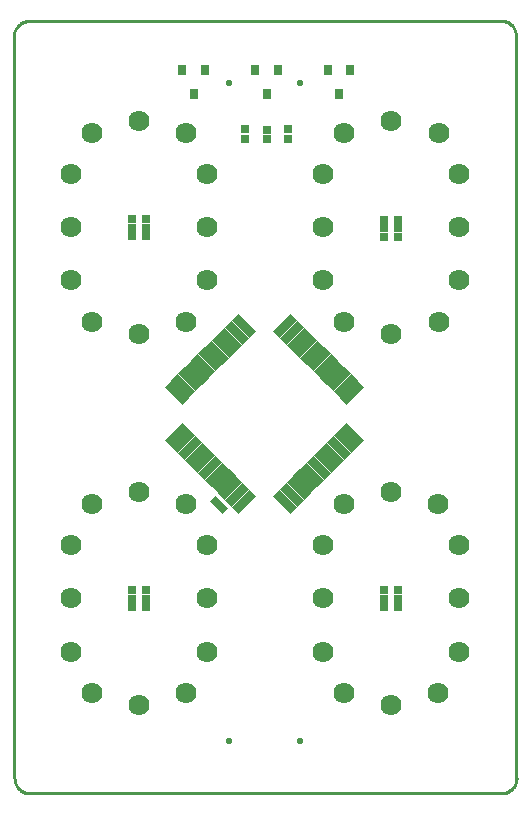
<source format=gts>
%FSTAX23Y23*%
%MOIN*%
%SFA1B1*%

%IPPOS*%
%AMD26*
4,1,4,-0.000600,0.020500,-0.020500,0.000600,0.000600,-0.020500,0.020500,-0.000600,-0.000600,0.020500,0.0*
%
%AMD27*
4,1,4,0.040300,-0.018100,-0.018100,0.040300,-0.040300,0.018100,0.018100,-0.040300,0.040300,-0.018100,0.0*
%
%AMD28*
4,1,4,-0.018100,-0.040300,0.040300,0.018100,0.018100,0.040300,-0.040300,-0.018100,-0.018100,-0.040300,0.0*
%
%ADD14C,0.010000*%
%ADD22R,0.031500X0.035430*%
%ADD23R,0.025590X0.025590*%
%ADD24R,0.031500X0.031500*%
%ADD25R,0.031500X0.029530*%
G04~CAMADD=26~9~0.0~0.0~283.5~299.2~0.0~0.0~0~0.0~0.0~0.0~0.0~0~0.0~0.0~0.0~0.0~0~0.0~0.0~0.0~45.0~410.0~409.0*
%ADD26D26*%
G04~CAMADD=27~9~0.0~0.0~826.8~315.0~0.0~0.0~0~0.0~0.0~0.0~0.0~0~0.0~0.0~0.0~0.0~0~0.0~0.0~0.0~315.0~806.0~805.0*
%ADD27D27*%
G04~CAMADD=28~9~0.0~0.0~826.8~315.0~0.0~0.0~0~0.0~0.0~0.0~0.0~0~0.0~0.0~0.0~0.0~0~0.0~0.0~0.0~225.0~806.0~805.0*
%ADD28D28*%
%ADD29C,0.022840*%
%ADD30C,0.070080*%
%LNnas-craftsman_nixie_base_v1_1-1*%
%LPD*%
G54D14*
X17704Y00331D02*
D01*
X17705Y00327*
X17705Y00324*
X17706Y0032*
X17706Y00317*
X17707Y00314*
X17709Y00311*
X1771Y00307*
X17712Y00304*
X17714Y00301*
X17716Y00299*
X17718Y00296*
X17721Y00294*
X17724Y00291*
X17726Y00289*
X17729Y00288*
X17733Y00286*
X17736Y00284*
X17739Y00283*
X17742Y00282*
X17746Y00282*
X17749Y00281*
X17753Y00281*
X17754Y00281*
X17753Y02855D02*
D01*
X17749Y02855*
X17746Y02855*
X17743Y02854*
X17739Y02853*
X17736Y02852*
X17733Y02851*
X1773Y02849*
X17726Y02848*
X17724Y02846*
X17721Y02843*
X17718Y02841*
X17716Y02839*
X17714Y02836*
X17712Y02833*
X1771Y0283*
X17708Y02827*
X17707Y02824*
X17705Y02821*
X17704Y02817*
X17704Y02814*
X17703Y0281*
X17703Y02807*
X17703Y02805*
X19376D02*
D01*
X19376Y02809*
X19376Y02812*
X19375Y02815*
X19374Y02819*
X19373Y02822*
X19372Y02825*
X1937Y02829*
X19369Y02832*
X19367Y02834*
X19365Y02837*
X19362Y0284*
X1936Y02842*
X19357Y02845*
X19354Y02847*
X19351Y02848*
X19348Y0285*
X19345Y02851*
X19342Y02853*
X19338Y02854*
X19335Y02854*
X19331Y02855*
X19328Y02855*
X19326Y02855*
X19328Y00281D02*
D01*
X19331Y00281*
X19335Y00281*
X19338Y00282*
X19342Y00283*
X19345Y00284*
X19348Y00285*
X19351Y00287*
X19354Y00288*
X19357Y0029*
X1936Y00293*
X19362Y00295*
X19365Y00297*
X19367Y003*
X19369Y00303*
X19371Y00306*
X19373Y00309*
X19374Y00312*
X19375Y00315*
X19376Y00319*
X19377Y00322*
X19377Y00326*
X19378Y00329*
X19378Y00331*
X17935Y00281D02*
X19132D01*
X1794Y02855D02*
X19134D01*
X17753D02*
X19326D01*
X17754Y00281D02*
X19328D01*
X17703Y00334D02*
Y02805D01*
X19376Y00328D02*
Y02809D01*
G54D22*
X18339Y02691D03*
X18264D03*
X18301Y02612D03*
X18582Y02691D03*
X18507D03*
X18545Y02612D03*
X18823Y02691D03*
X18748D03*
X18786Y02612D03*
G54D23*
X18615Y02463D03*
Y02495D03*
X18547Y02462D03*
Y02493D03*
X18474Y02463D03*
Y02494D03*
G54D24*
X18096Y00957D03*
Y009D03*
X18143Y00957D03*
Y009D03*
X18142Y02137D03*
Y02194D03*
X18095Y02137D03*
Y02194D03*
X18982Y02136D03*
Y02193D03*
X18935Y02136D03*
Y02193D03*
X18936Y00957D03*
Y009D03*
X18983Y00957D03*
Y009D03*
G54D25*
X18096Y00928D03*
X18143D03*
X18142Y02166D03*
X18095D03*
X18982Y02164D03*
X18935D03*
X18936Y00929D03*
X18983D03*
G54D26*
X18397Y01231D03*
X18375Y01253D03*
G54D27*
X1883Y01476D03*
X18808Y01454D03*
X18785Y01432D03*
X18763Y01409D03*
X18741Y01387D03*
X18718Y01365D03*
X18696Y01342D03*
X18674Y0132D03*
X18652Y01298D03*
X18629Y01276D03*
X18607Y01253D03*
X18245Y01615D03*
X18267Y01638D03*
X1829Y0166D03*
X18312Y01682D03*
X18334Y01704D03*
X18357Y01727D03*
X18379Y01749D03*
X18401Y01771D03*
X18423Y01793D03*
X18446Y01816D03*
X18468Y01838D03*
G54D28*
X18468Y01253D03*
X18446Y01276D03*
X18423Y01298D03*
X18401Y0132D03*
X18379Y01342D03*
X18357Y01365D03*
X18334Y01387D03*
X18312Y01409D03*
X1829Y01432D03*
X18267Y01454D03*
X18245Y01476D03*
X18607Y01838D03*
X18629Y01816D03*
X18652Y01793D03*
X18674Y01771D03*
X18696Y01749D03*
X18718Y01727D03*
X18741Y01704D03*
X18763Y01682D03*
X18785Y0166D03*
X18808Y01638D03*
X1883Y01615D03*
G54D29*
X18419Y00455D03*
X18655D03*
Y02649D03*
X18419D03*
G54D30*
X18277Y02483D03*
X18346Y02345D03*
Y02168D03*
Y0199D03*
X18277Y01853D03*
X18119Y01813D03*
X17962Y01853D03*
X17893Y0199D03*
Y02168D03*
Y02345D03*
X17962Y02483D03*
X18119Y02522D03*
X19118Y02483D03*
X19187Y02345D03*
Y02168D03*
Y0199D03*
X19118Y01853D03*
X1896Y01813D03*
X18803Y01853D03*
X18734Y0199D03*
Y02168D03*
Y02345D03*
X18803Y02483D03*
X1896Y02522D03*
X19117Y01245D03*
X19186Y01107D03*
Y0093D03*
Y00753D03*
X19117Y00615D03*
X1896Y00576D03*
X18802Y00615D03*
X18733Y00753D03*
Y0093D03*
Y01107D03*
X18802Y01245D03*
X1896Y01284D03*
X18277Y01245D03*
X18346Y01107D03*
Y0093D03*
Y00753D03*
X18277Y00615D03*
X18119Y00576D03*
X17962Y00615D03*
X17893Y00753D03*
Y0093D03*
Y01107D03*
X17962Y01245D03*
X18119Y01284D03*
M02*
</source>
